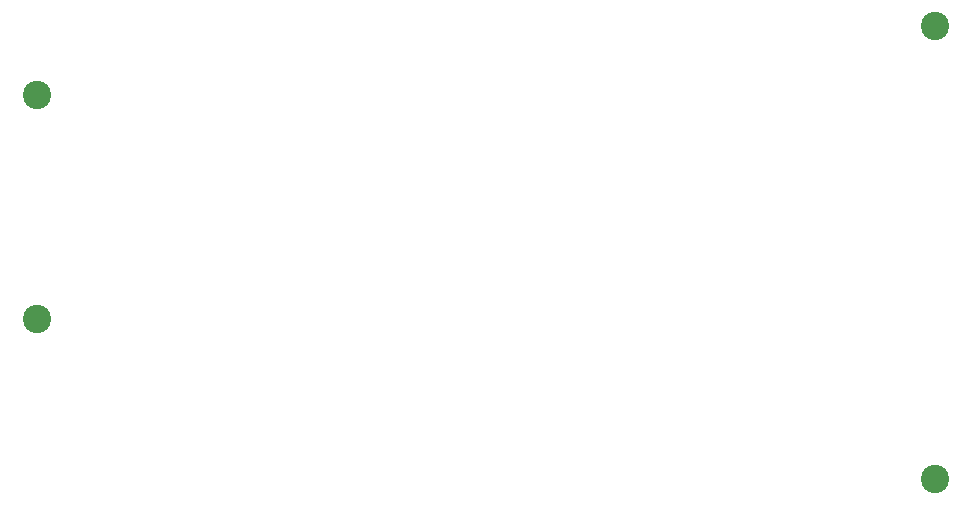
<source format=gts>
G04 #@! TF.GenerationSoftware,KiCad,Pcbnew,7.0.2*
G04 #@! TF.CreationDate,2023-04-26T23:36:07+03:00*
G04 #@! TF.ProjectId,mriya-bottom-plate,6d726979-612d-4626-9f74-746f6d2d706c,0.9*
G04 #@! TF.SameCoordinates,Original*
G04 #@! TF.FileFunction,Soldermask,Top*
G04 #@! TF.FilePolarity,Negative*
%FSLAX46Y46*%
G04 Gerber Fmt 4.6, Leading zero omitted, Abs format (unit mm)*
G04 Created by KiCad (PCBNEW 7.0.2) date 2023-04-26 23:36:07*
%MOMM*%
%LPD*%
G01*
G04 APERTURE LIST*
%ADD10C,2.400000*%
G04 APERTURE END LIST*
D10*
X68800000Y-68800000D03*
X68800000Y-87800000D03*
X144800000Y-101300000D03*
X144800000Y-62950000D03*
M02*

</source>
